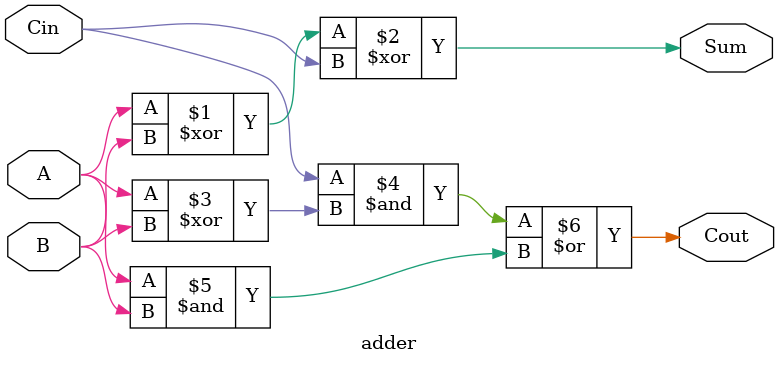
<source format=v>
module adder(A,B,Cin,Sum,Cout);
	input A,B,Cin;
	output Sum,Cout;

	assign Sum = A ^ B ^ Cin;
	assign Cout = (Cin & (A^B)) | (A & B);
endmodule

</source>
